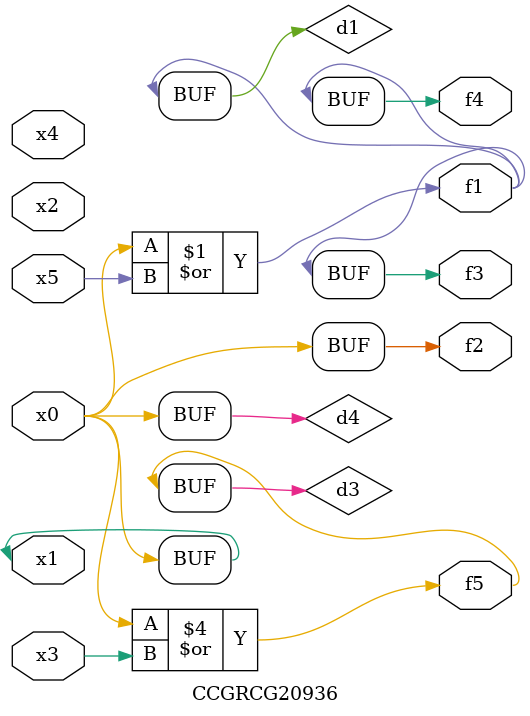
<source format=v>
module CCGRCG20936(
	input x0, x1, x2, x3, x4, x5,
	output f1, f2, f3, f4, f5
);

	wire d1, d2, d3, d4;

	or (d1, x0, x5);
	xnor (d2, x1, x4);
	or (d3, x0, x3);
	buf (d4, x0, x1);
	assign f1 = d1;
	assign f2 = d4;
	assign f3 = d1;
	assign f4 = d1;
	assign f5 = d3;
endmodule

</source>
